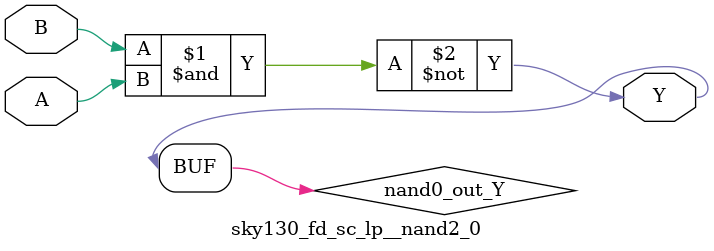
<source format=v>
/*
 * Copyright 2020 The SkyWater PDK Authors
 *
 * Licensed under the Apache License, Version 2.0 (the "License");
 * you may not use this file except in compliance with the License.
 * You may obtain a copy of the License at
 *
 *     https://www.apache.org/licenses/LICENSE-2.0
 *
 * Unless required by applicable law or agreed to in writing, software
 * distributed under the License is distributed on an "AS IS" BASIS,
 * WITHOUT WARRANTIES OR CONDITIONS OF ANY KIND, either express or implied.
 * See the License for the specific language governing permissions and
 * limitations under the License.
 *
 * SPDX-License-Identifier: Apache-2.0
*/


`ifndef SKY130_FD_SC_LP__NAND2_0_FUNCTIONAL_V
`define SKY130_FD_SC_LP__NAND2_0_FUNCTIONAL_V

/**
 * nand2: 2-input NAND.
 *
 * Verilog simulation functional model.
 */

`timescale 1ns / 1ps
`default_nettype none

`celldefine
module sky130_fd_sc_lp__nand2_0 (
    Y,
    A,
    B
);

    // Module ports
    output Y;
    input  A;
    input  B;

    // Local signals
    wire nand0_out_Y;

    //   Name   Output       Other arguments
    nand nand0 (nand0_out_Y, B, A           );
    buf  buf0  (Y          , nand0_out_Y    );

endmodule
`endcelldefine

`default_nettype wire
`endif  // SKY130_FD_SC_LP__NAND2_0_FUNCTIONAL_V

</source>
